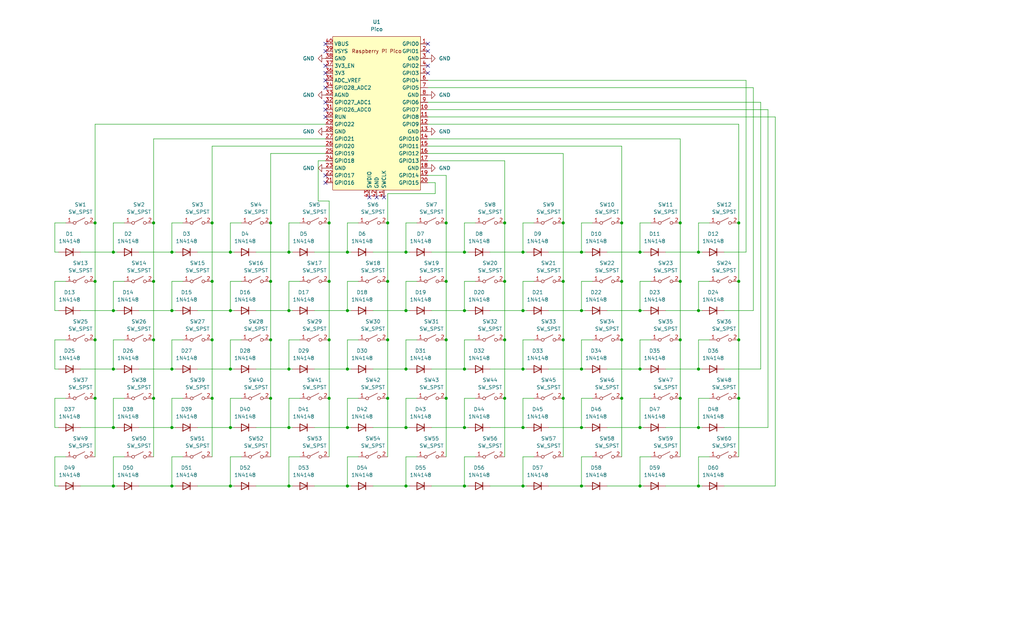
<source format=kicad_sch>
(kicad_sch (version 20211123) (generator eeschema)
  (paper "USLegal")
  (junction (at 39.37 168.91))
  (junction (at 73.66 138.43))
  (junction (at 201.93 107.95))
  (junction (at 222.25 87.63))
  (junction (at 175.26 138.43))
  (junction (at 134.62 138.43))
  (junction (at 73.66 118.11))
  (junction (at 154.94 118.11))
  (junction (at 73.66 97.79))
  (junction (at 59.69 87.63))
  (junction (at 222.25 168.91))
  (junction (at 33.02 138.43))
  (junction (at 120.65 128.27))
  (junction (at 222.25 148.59))
  (junction (at 59.69 128.27))
  (junction (at 80.01 148.59))
  (junction (at 33.02 97.79))
  (junction (at 201.93 128.27))
  (junction (at 140.97 148.59))
  (junction (at 256.54 138.43))
  (junction (at 256.54 118.11))
  (junction (at 154.94 97.79))
  (junction (at 161.29 87.63))
  (junction (at 80.01 87.63))
  (junction (at 195.58 77.47))
  (junction (at 53.34 138.43))
  (junction (at 242.57 148.59))
  (junction (at 195.58 118.11))
  (junction (at 100.33 107.95))
  (junction (at 134.62 77.47))
  (junction (at 93.98 138.43))
  (junction (at 120.65 148.59))
  (junction (at 236.22 138.43))
  (junction (at 242.57 107.95))
  (junction (at 80.01 168.91))
  (junction (at 114.3 118.11))
  (junction (at 80.01 107.95))
  (junction (at 242.57 128.27))
  (junction (at 134.62 97.79))
  (junction (at 181.61 148.59))
  (junction (at 181.61 107.95))
  (junction (at 201.93 148.59))
  (junction (at 215.9 138.43))
  (junction (at 215.9 118.11))
  (junction (at 140.97 87.63))
  (junction (at 39.37 107.95))
  (junction (at 100.33 128.27))
  (junction (at 195.58 97.79))
  (junction (at 256.54 97.79))
  (junction (at 93.98 118.11))
  (junction (at 120.65 107.95))
  (junction (at 236.22 77.47))
  (junction (at 256.54 77.47))
  (junction (at 100.33 87.63))
  (junction (at 140.97 107.95))
  (junction (at 134.62 118.11))
  (junction (at 181.61 87.63))
  (junction (at 175.26 77.47))
  (junction (at 114.3 97.79))
  (junction (at 73.66 77.47))
  (junction (at 215.9 77.47))
  (junction (at 100.33 168.91))
  (junction (at 93.98 77.47))
  (junction (at 93.98 97.79))
  (junction (at 236.22 97.79))
  (junction (at 33.02 77.47))
  (junction (at 80.01 128.27))
  (junction (at 215.9 97.79))
  (junction (at 100.33 148.59))
  (junction (at 175.26 97.79))
  (junction (at 242.57 168.91))
  (junction (at 53.34 97.79))
  (junction (at 120.65 87.63))
  (junction (at 161.29 107.95))
  (junction (at 39.37 128.27))
  (junction (at 181.61 168.91))
  (junction (at 59.69 148.59))
  (junction (at 222.25 128.27))
  (junction (at 33.02 118.11))
  (junction (at 222.25 107.95))
  (junction (at 114.3 138.43))
  (junction (at 175.26 118.11))
  (junction (at 154.94 77.47))
  (junction (at 53.34 77.47))
  (junction (at 154.94 138.43))
  (junction (at 114.3 77.47))
  (junction (at 53.34 118.11))
  (junction (at 201.93 168.91))
  (junction (at 59.69 168.91))
  (junction (at 236.22 118.11))
  (junction (at 161.29 128.27))
  (junction (at 39.37 87.63))
  (junction (at 195.58 138.43))
  (junction (at 161.29 168.91))
  (junction (at 39.37 148.59))
  (junction (at 120.65 168.91))
  (junction (at 201.93 87.63))
  (junction (at 161.29 148.59))
  (junction (at 59.69 107.95))
  (junction (at 242.57 87.63))
  (junction (at 140.97 128.27))
  (junction (at 140.97 168.91))
  (junction (at 181.61 128.27))
  (no_connect (at 113.03 22.86))
  (no_connect (at 148.59 22.86))
  (no_connect (at 148.59 17.78))
  (no_connect (at 148.59 25.4))
  (no_connect (at 113.03 63.5))
  (no_connect (at 113.03 38.1))
  (no_connect (at 130.81 68.58))
  (no_connect (at 113.03 35.56))
  (no_connect (at 113.03 30.48))
  (no_connect (at 113.03 27.94))
  (no_connect (at 113.03 15.24))
  (no_connect (at 148.59 15.24))
  (no_connect (at 113.03 40.64))
  (no_connect (at 113.03 17.78))
  (no_connect (at 133.35 68.58))
  (no_connect (at 113.03 25.4))
  (no_connect (at 128.27 68.58))
  (no_connect (at 113.03 60.96))
  (wire (pts (xy 48.26 128.27) (xy 59.69 128.27)))
  (wire (pts (xy 181.61 77.47) (xy 181.61 87.63)))
  (wire (pts (xy 256.54 138.43) (xy 256.54 158.75)))
  (wire (pts (xy 104.14 158.75) (xy 100.33 158.75)))
  (wire (pts (xy 22.86 118.11) (xy 19.05 118.11)))
  (wire (pts (xy 43.18 97.79) (xy 39.37 97.79)))
  (wire (pts (xy 39.37 87.63) (xy 40.64 87.63)))
  (wire (pts (xy 19.05 148.59) (xy 20.32 148.59)))
  (wire (pts (xy 33.02 43.18) (xy 113.03 43.18)))
  (wire (pts (xy 100.33 128.27) (xy 101.6 128.27)))
  (wire (pts (xy 236.22 77.47) (xy 236.22 97.79)))
  (wire (pts (xy 109.22 148.59) (xy 120.65 148.59)))
  (wire (pts (xy 43.18 138.43) (xy 39.37 138.43)))
  (wire (pts (xy 68.58 168.91) (xy 80.01 168.91)))
  (wire (pts (xy 19.05 168.91) (xy 20.32 168.91)))
  (wire (pts (xy 22.86 77.47) (xy 19.05 77.47)))
  (wire (pts (xy 100.33 158.75) (xy 100.33 168.91)))
  (wire (pts (xy 110.49 55.88) (xy 113.03 55.88)))
  (wire (pts (xy 120.65 128.27) (xy 121.92 128.27)))
  (wire (pts (xy 201.93 97.79) (xy 201.93 107.95)))
  (wire (pts (xy 175.26 77.47) (xy 175.26 97.79)))
  (wire (pts (xy 59.69 77.47) (xy 59.69 87.63)))
  (wire (pts (xy 33.02 118.11) (xy 33.02 138.43)))
  (wire (pts (xy 190.5 128.27) (xy 201.93 128.27)))
  (wire (pts (xy 104.14 118.11) (xy 100.33 118.11)))
  (wire (pts (xy 149.86 87.63) (xy 161.29 87.63)))
  (wire (pts (xy 165.1 138.43) (xy 161.29 138.43)))
  (wire (pts (xy 256.54 77.47) (xy 256.54 97.79)))
  (wire (pts (xy 33.02 77.47) (xy 33.02 43.18)))
  (wire (pts (xy 222.25 77.47) (xy 222.25 87.63)))
  (wire (pts (xy 205.74 97.79) (xy 201.93 97.79)))
  (wire (pts (xy 39.37 128.27) (xy 40.64 128.27)))
  (wire (pts (xy 27.94 148.59) (xy 39.37 148.59)))
  (wire (pts (xy 134.62 77.47) (xy 134.62 67.31)))
  (wire (pts (xy 175.26 77.47) (xy 175.26 55.88)))
  (wire (pts (xy 161.29 128.27) (xy 162.56 128.27)))
  (wire (pts (xy 201.93 87.63) (xy 203.2 87.63)))
  (wire (pts (xy 73.66 118.11) (xy 73.66 138.43)))
  (wire (pts (xy 226.06 97.79) (xy 222.25 97.79)))
  (wire (pts (xy 80.01 118.11) (xy 80.01 128.27)))
  (wire (pts (xy 120.65 148.59) (xy 121.92 148.59)))
  (wire (pts (xy 201.93 138.43) (xy 201.93 148.59)))
  (wire (pts (xy 63.5 138.43) (xy 59.69 138.43)))
  (wire (pts (xy 39.37 138.43) (xy 39.37 148.59)))
  (wire (pts (xy 165.1 77.47) (xy 161.29 77.47)))
  (wire (pts (xy 205.74 77.47) (xy 201.93 77.47)))
  (wire (pts (xy 83.82 97.79) (xy 80.01 97.79)))
  (wire (pts (xy 68.58 87.63) (xy 80.01 87.63)))
  (wire (pts (xy 149.86 148.59) (xy 161.29 148.59)))
  (wire (pts (xy 190.5 87.63) (xy 201.93 87.63)))
  (wire (pts (xy 149.86 168.91) (xy 161.29 168.91)))
  (wire (pts (xy 134.62 97.79) (xy 134.62 118.11)))
  (wire (pts (xy 201.93 168.91) (xy 203.2 168.91)))
  (wire (pts (xy 170.18 148.59) (xy 181.61 148.59)))
  (wire (pts (xy 129.54 168.91) (xy 140.97 168.91)))
  (wire (pts (xy 93.98 77.47) (xy 93.98 97.79)))
  (wire (pts (xy 19.05 77.47) (xy 19.05 87.63)))
  (wire (pts (xy 246.38 118.11) (xy 242.57 118.11)))
  (wire (pts (xy 222.25 97.79) (xy 222.25 107.95)))
  (wire (pts (xy 242.57 97.79) (xy 242.57 107.95)))
  (wire (pts (xy 242.57 148.59) (xy 243.84 148.59)))
  (wire (pts (xy 149.86 128.27) (xy 161.29 128.27)))
  (wire (pts (xy 109.22 168.91) (xy 120.65 168.91)))
  (wire (pts (xy 134.62 77.47) (xy 134.62 97.79)))
  (wire (pts (xy 222.25 168.91) (xy 223.52 168.91)))
  (wire (pts (xy 53.34 48.26) (xy 113.03 48.26)))
  (wire (pts (xy 27.94 128.27) (xy 39.37 128.27)))
  (wire (pts (xy 48.26 168.91) (xy 59.69 168.91)))
  (wire (pts (xy 63.5 77.47) (xy 59.69 77.47)))
  (wire (pts (xy 256.54 77.47) (xy 256.54 43.18)))
  (wire (pts (xy 80.01 87.63) (xy 81.28 87.63)))
  (wire (pts (xy 83.82 118.11) (xy 80.01 118.11)))
  (wire (pts (xy 59.69 128.27) (xy 60.96 128.27)))
  (wire (pts (xy 175.26 118.11) (xy 175.26 138.43)))
  (wire (pts (xy 161.29 158.75) (xy 161.29 168.91)))
  (wire (pts (xy 144.78 138.43) (xy 140.97 138.43)))
  (wire (pts (xy 154.94 77.47) (xy 154.94 60.96)))
  (wire (pts (xy 205.74 138.43) (xy 201.93 138.43)))
  (wire (pts (xy 104.14 138.43) (xy 100.33 138.43)))
  (wire (pts (xy 19.05 107.95) (xy 20.32 107.95)))
  (wire (pts (xy 251.46 87.63) (xy 259.08 87.63)))
  (wire (pts (xy 181.61 118.11) (xy 181.61 128.27)))
  (wire (pts (xy 165.1 118.11) (xy 161.29 118.11)))
  (wire (pts (xy 242.57 107.95) (xy 243.84 107.95)))
  (wire (pts (xy 170.18 107.95) (xy 181.61 107.95)))
  (wire (pts (xy 59.69 138.43) (xy 59.69 148.59)))
  (wire (pts (xy 154.94 77.47) (xy 154.94 97.79)))
  (wire (pts (xy 39.37 97.79) (xy 39.37 107.95)))
  (wire (pts (xy 185.42 118.11) (xy 181.61 118.11)))
  (wire (pts (xy 236.22 118.11) (xy 236.22 138.43)))
  (wire (pts (xy 242.57 118.11) (xy 242.57 128.27)))
  (wire (pts (xy 190.5 148.59) (xy 201.93 148.59)))
  (wire (pts (xy 222.25 158.75) (xy 222.25 168.91)))
  (wire (pts (xy 33.02 138.43) (xy 33.02 158.75)))
  (wire (pts (xy 140.97 158.75) (xy 140.97 168.91)))
  (wire (pts (xy 161.29 77.47) (xy 161.29 87.63)))
  (wire (pts (xy 109.22 128.27) (xy 120.65 128.27)))
  (wire (pts (xy 80.01 168.91) (xy 81.28 168.91)))
  (wire (pts (xy 195.58 97.79) (xy 195.58 118.11)))
  (wire (pts (xy 93.98 77.47) (xy 93.98 53.34)))
  (wire (pts (xy 154.94 118.11) (xy 154.94 138.43)))
  (wire (pts (xy 144.78 158.75) (xy 140.97 158.75)))
  (wire (pts (xy 222.25 148.59) (xy 223.52 148.59)))
  (wire (pts (xy 231.14 148.59) (xy 242.57 148.59)))
  (wire (pts (xy 165.1 158.75) (xy 161.29 158.75)))
  (wire (pts (xy 63.5 118.11) (xy 59.69 118.11)))
  (wire (pts (xy 48.26 107.95) (xy 59.69 107.95)))
  (wire (pts (xy 59.69 107.95) (xy 60.96 107.95)))
  (wire (pts (xy 120.65 77.47) (xy 120.65 87.63)))
  (wire (pts (xy 129.54 128.27) (xy 140.97 128.27)))
  (wire (pts (xy 53.34 118.11) (xy 53.34 138.43)))
  (wire (pts (xy 19.05 97.79) (xy 19.05 107.95)))
  (wire (pts (xy 59.69 87.63) (xy 60.96 87.63)))
  (wire (pts (xy 201.93 148.59) (xy 203.2 148.59)))
  (wire (pts (xy 53.34 138.43) (xy 53.34 158.75)))
  (wire (pts (xy 181.61 138.43) (xy 181.61 148.59)))
  (wire (pts (xy 195.58 77.47) (xy 195.58 53.34)))
  (wire (pts (xy 39.37 118.11) (xy 39.37 128.27)))
  (wire (pts (xy 222.25 118.11) (xy 222.25 128.27)))
  (wire (pts (xy 222.25 138.43) (xy 222.25 148.59)))
  (wire (pts (xy 59.69 118.11) (xy 59.69 128.27)))
  (wire (pts (xy 53.34 77.47) (xy 53.34 97.79)))
  (wire (pts (xy 231.14 87.63) (xy 242.57 87.63)))
  (wire (pts (xy 226.06 118.11) (xy 222.25 118.11)))
  (wire (pts (xy 246.38 138.43) (xy 242.57 138.43)))
  (wire (pts (xy 114.3 97.79) (xy 114.3 118.11)))
  (wire (pts (xy 246.38 97.79) (xy 242.57 97.79)))
  (wire (pts (xy 80.01 128.27) (xy 81.28 128.27)))
  (wire (pts (xy 161.29 87.63) (xy 162.56 87.63)))
  (wire (pts (xy 129.54 87.63) (xy 140.97 87.63)))
  (wire (pts (xy 181.61 128.27) (xy 182.88 128.27)))
  (wire (pts (xy 226.06 138.43) (xy 222.25 138.43)))
  (wire (pts (xy 140.97 118.11) (xy 140.97 128.27)))
  (wire (pts (xy 109.22 107.95) (xy 120.65 107.95)))
  (wire (pts (xy 215.9 50.8) (xy 148.59 50.8)))
  (wire (pts (xy 259.08 27.94) (xy 259.08 87.63)))
  (wire (pts (xy 124.46 158.75) (xy 120.65 158.75)))
  (wire (pts (xy 124.46 97.79) (xy 120.65 97.79)))
  (wire (pts (xy 120.65 107.95) (xy 121.92 107.95)))
  (wire (pts (xy 120.65 138.43) (xy 120.65 148.59)))
  (wire (pts (xy 73.66 50.8) (xy 113.03 50.8)))
  (wire (pts (xy 256.54 118.11) (xy 256.54 138.43)))
  (wire (pts (xy 19.05 118.11) (xy 19.05 128.27)))
  (wire (pts (xy 120.65 118.11) (xy 120.65 128.27)))
  (wire (pts (xy 53.34 97.79) (xy 53.34 118.11)))
  (wire (pts (xy 231.14 168.91) (xy 242.57 168.91)))
  (wire (pts (xy 88.9 128.27) (xy 100.33 128.27)))
  (wire (pts (xy 242.57 138.43) (xy 242.57 148.59)))
  (wire (pts (xy 190.5 107.95) (xy 201.93 107.95)))
  (wire (pts (xy 63.5 158.75) (xy 59.69 158.75)))
  (wire (pts (xy 251.46 107.95) (xy 261.62 107.95)))
  (wire (pts (xy 140.97 128.27) (xy 142.24 128.27)))
  (wire (pts (xy 59.69 148.59) (xy 60.96 148.59)))
  (wire (pts (xy 170.18 128.27) (xy 181.61 128.27)))
  (wire (pts (xy 215.9 138.43) (xy 215.9 158.75)))
  (wire (pts (xy 120.65 168.91) (xy 121.92 168.91)))
  (wire (pts (xy 104.14 77.47) (xy 100.33 77.47)))
  (wire (pts (xy 242.57 158.75) (xy 242.57 168.91)))
  (wire (pts (xy 222.25 128.27) (xy 223.52 128.27)))
  (wire (pts (xy 100.33 168.91) (xy 101.6 168.91)))
  (wire (pts (xy 124.46 77.47) (xy 120.65 77.47)))
  (wire (pts (xy 68.58 128.27) (xy 80.01 128.27)))
  (wire (pts (xy 181.61 168.91) (xy 182.88 168.91)))
  (wire (pts (xy 140.97 168.91) (xy 142.24 168.91)))
  (wire (pts (xy 201.93 107.95) (xy 203.2 107.95)))
  (wire (pts (xy 236.22 77.47) (xy 236.22 48.26)))
  (wire (pts (xy 165.1 97.79) (xy 161.29 97.79)))
  (wire (pts (xy 73.66 138.43) (xy 73.66 158.75)))
  (wire (pts (xy 19.05 138.43) (xy 19.05 148.59)))
  (wire (pts (xy 124.46 118.11) (xy 120.65 118.11)))
  (wire (pts (xy 195.58 53.34) (xy 148.59 53.34)))
  (wire (pts (xy 215.9 77.47) (xy 215.9 97.79)))
  (wire (pts (xy 269.24 168.91) (xy 251.46 168.91)))
  (wire (pts (xy 148.59 40.64) (xy 269.24 40.64)))
  (wire (pts (xy 114.3 138.43) (xy 114.3 158.75)))
  (wire (pts (xy 114.3 69.85) (xy 110.49 69.85)))
  (wire (pts (xy 83.82 138.43) (xy 80.01 138.43)))
  (wire (pts (xy 210.82 87.63) (xy 222.25 87.63)))
  (wire (pts (xy 151.13 63.5) (xy 148.59 63.5)))
  (wire (pts (xy 140.97 148.59) (xy 142.24 148.59)))
  (wire (pts (xy 129.54 148.59) (xy 140.97 148.59)))
  (wire (pts (xy 181.61 148.59) (xy 182.88 148.59)))
  (wire (pts (xy 114.3 118.11) (xy 114.3 138.43)))
  (wire (pts (xy 63.5 97.79) (xy 59.69 97.79)))
  (wire (pts (xy 181.61 158.75) (xy 181.61 168.91)))
  (wire (pts (xy 80.01 97.79) (xy 80.01 107.95)))
  (wire (pts (xy 124.46 138.43) (xy 120.65 138.43)))
  (wire (pts (xy 195.58 118.11) (xy 195.58 138.43)))
  (wire (pts (xy 201.93 158.75) (xy 201.93 168.91)))
  (wire (pts (xy 100.33 138.43) (xy 100.33 148.59)))
  (wire (pts (xy 48.26 148.59) (xy 59.69 148.59)))
  (wire (pts (xy 93.98 118.11) (xy 93.98 138.43)))
  (wire (pts (xy 210.82 148.59) (xy 222.25 148.59)))
  (wire (pts (xy 22.86 158.75) (xy 19.05 158.75)))
  (wire (pts (xy 242.57 87.63) (xy 243.84 87.63)))
  (wire (pts (xy 80.01 158.75) (xy 80.01 168.91)))
  (wire (pts (xy 195.58 77.47) (xy 195.58 97.79)))
  (wire (pts (xy 68.58 107.95) (xy 80.01 107.95)))
  (wire (pts (xy 110.49 69.85) (xy 110.49 55.88)))
  (wire (pts (xy 59.69 168.91) (xy 60.96 168.91)))
  (wire (pts (xy 80.01 77.47) (xy 80.01 87.63)))
  (wire (pts (xy 53.34 77.47) (xy 53.34 48.26)))
  (wire (pts (xy 27.94 87.63) (xy 39.37 87.63)))
  (wire (pts (xy 114.3 77.47) (xy 114.3 69.85)))
  (wire (pts (xy 33.02 77.47) (xy 33.02 97.79)))
  (wire (pts (xy 269.24 40.64) (xy 269.24 168.91)))
  (wire (pts (xy 33.02 97.79) (xy 33.02 118.11)))
  (wire (pts (xy 59.69 158.75) (xy 59.69 168.91)))
  (wire (pts (xy 73.66 77.47) (xy 73.66 50.8)))
  (wire (pts (xy 246.38 77.47) (xy 242.57 77.47)))
  (wire (pts (xy 242.57 168.91) (xy 243.84 168.91)))
  (wire (pts (xy 27.94 107.95) (xy 39.37 107.95)))
  (wire (pts (xy 236.22 97.79) (xy 236.22 118.11)))
  (wire (pts (xy 88.9 87.63) (xy 100.33 87.63)))
  (wire (pts (xy 120.65 97.79) (xy 120.65 107.95)))
  (wire (pts (xy 100.33 118.11) (xy 100.33 128.27)))
  (wire (pts (xy 264.16 35.56) (xy 148.59 35.56)))
  (wire (pts (xy 80.01 148.59) (xy 81.28 148.59)))
  (wire (pts (xy 120.65 87.63) (xy 121.92 87.63)))
  (wire (pts (xy 144.78 118.11) (xy 140.97 118.11)))
  (wire (pts (xy 151.13 67.31) (xy 151.13 63.5)))
  (wire (pts (xy 134.62 67.31) (xy 151.13 67.31)))
  (wire (pts (xy 144.78 77.47) (xy 140.97 77.47)))
  (wire (pts (xy 175.26 138.43) (xy 175.26 158.75)))
  (wire (pts (xy 201.93 128.27) (xy 203.2 128.27)))
  (wire (pts (xy 236.22 48.26) (xy 148.59 48.26)))
  (wire (pts (xy 181.61 107.95) (xy 182.88 107.95)))
  (wire (pts (xy 100.33 107.95) (xy 101.6 107.95)))
  (wire (pts (xy 39.37 77.47) (xy 39.37 87.63)))
  (wire (pts (xy 140.97 87.63) (xy 142.24 87.63)))
  (wire (pts (xy 185.42 138.43) (xy 181.61 138.43)))
  (wire (pts (xy 148.59 30.48) (xy 261.62 30.48)))
  (wire (pts (xy 205.74 118.11) (xy 201.93 118.11)))
  (wire (pts (xy 210.82 128.27) (xy 222.25 128.27)))
  (wire (pts (xy 149.86 107.95) (xy 161.29 107.95)))
  (wire (pts (xy 109.22 87.63) (xy 120.65 87.63)))
  (wire (pts (xy 114.3 77.47) (xy 114.3 97.79)))
  (wire (pts (xy 134.62 138.43) (xy 134.62 158.75)))
  (wire (pts (xy 83.82 77.47) (xy 80.01 77.47)))
  (wire (pts (xy 22.86 97.79) (xy 19.05 97.79)))
  (wire (pts (xy 140.97 107.95) (xy 142.24 107.95)))
  (wire (pts (xy 210.82 107.95) (xy 222.25 107.95)))
  (wire (pts (xy 161.29 107.95) (xy 162.56 107.95)))
  (wire (pts (xy 100.33 148.59) (xy 101.6 148.59)))
  (wire (pts (xy 43.18 158.75) (xy 39.37 158.75)))
  (wire (pts (xy 175.26 55.88) (xy 148.59 55.88)))
  (wire (pts (xy 215.9 118.11) (xy 215.9 138.43)))
  (wire (pts (xy 154.94 60.96) (xy 148.59 60.96)))
  (wire (pts (xy 140.97 97.79) (xy 140.97 107.95)))
  (wire (pts (xy 73.66 97.79) (xy 73.66 118.11)))
  (wire (pts (xy 161.29 118.11) (xy 161.29 128.27)))
  (wire (pts (xy 19.05 87.63) (xy 20.32 87.63)))
  (wire (pts (xy 222.25 87.63) (xy 223.52 87.63)))
  (wire (pts (xy 236.22 138.43) (xy 236.22 158.75)))
  (wire (pts (xy 19.05 128.27) (xy 20.32 128.27)))
  (wire (pts (xy 201.93 118.11) (xy 201.93 128.27)))
  (wire (pts (xy 100.33 77.47) (xy 100.33 87.63)))
  (wire (pts (xy 140.97 77.47) (xy 140.97 87.63)))
  (wire (pts (xy 80.01 107.95) (xy 81.28 107.95)))
  (wire (pts (xy 195.58 138.43) (xy 195.58 158.75)))
  (wire (pts (xy 242.57 128.27) (xy 243.84 128.27)))
  (wire (pts (xy 19.05 158.75) (xy 19.05 168.91)))
  (wire (pts (xy 266.7 38.1) (xy 148.59 38.1)))
  (wire (pts (xy 88.9 168.91) (xy 100.33 168.91)))
  (wire (pts (xy 226.06 77.47) (xy 222.25 77.47)))
  (wire (pts (xy 27.94 168.91) (xy 39.37 168.91)))
  (wire (pts (xy 161.29 138.43) (xy 161.29 148.59)))
  (wire (pts (xy 93.98 53.34) (xy 113.03 53.34)))
  (wire (pts (xy 246.38 158.75) (xy 242.57 158.75)))
  (wire (pts (xy 68.58 148.59) (xy 80.01 148.59)))
  (wire (pts (xy 261.62 30.48) (xy 261.62 107.95)))
  (wire (pts (xy 161.29 148.59) (xy 162.56 148.59)))
  (wire (pts (xy 59.69 97.79) (xy 59.69 107.95)))
  (wire (pts (xy 251.46 128.27) (xy 264.16 128.27)))
  (wire (pts (xy 266.7 148.59) (xy 266.7 38.1)))
  (wire (pts (xy 205.74 158.75) (xy 201.93 158.75)))
  (wire (pts (xy 80.01 138.43) (xy 80.01 148.59)))
  (wire (pts (xy 170.18 87.63) (xy 181.61 87.63)))
  (wire (pts (xy 190.5 168.91) (xy 201.93 168.91)))
  (wire (pts (xy 154.94 97.79) (xy 154.94 118.11)))
  (wire (pts (xy 140.97 138.43) (xy 140.97 148.59)))
  (wire (pts (xy 120.65 158.75) (xy 120.65 168.91)))
  (wire (pts (xy 242.57 77.47) (xy 242.57 87.63)))
  (wire (pts (xy 226.06 158.75) (xy 222.25 158.75)))
  (wire (pts (xy 161.29 168.91) (xy 162.56 168.91)))
  (wire (pts (xy 185.42 158.75) (xy 181.61 158.75)))
  (wire (pts (xy 181.61 97.79) (xy 181.61 107.95)))
  (wire (pts (xy 215.9 97.79) (xy 215.9 118.11)))
  (wire (pts (xy 264.16 128.27) (xy 264.16 35.56)))
  (wire (pts (xy 256.54 43.18) (xy 148.59 43.18)))
  (wire (pts (xy 129.54 107.95) (xy 140.97 107.95)))
  (wire (pts (xy 88.9 148.59) (xy 100.33 148.59)))
  (wire (pts (xy 259.08 27.94) (xy 148.59 27.94)))
  (wire (pts (xy 134.62 118.11) (xy 134.62 138.43)))
  (wire (pts (xy 215.9 77.47) (xy 215.9 50.8)))
  (wire (pts (xy 222.25 107.95) (xy 223.52 107.95)))
  (wire (pts (xy 170.18 168.91) (xy 181.61 168.91)))
  (wire (pts (xy 161.29 97.79) (xy 161.29 107.95)))
  (wire (pts (xy 73.66 77.47) (xy 73.66 97.79)))
  (wire (pts (xy 39.37 107.95) (xy 40.64 107.95)))
  (wire (pts (xy 83.82 158.75) (xy 80.01 158.75)))
  (wire (pts (xy 185.42 97.79) (xy 181.61 97.79)))
  (wire (pts (xy 210.82 168.91) (xy 222.25 168.91)))
  (wire (pts (xy 48.26 87.63) (xy 59.69 87.63)))
  (wire (pts (xy 43.18 118.11) (xy 39.37 118.11)))
  (wire (pts (xy 251.46 148.59) (xy 266.7 148.59)))
  (wire (pts (xy 144.78 97.79) (xy 140.97 97.79)))
  (wire (pts (xy 175.26 97.79) (xy 175.26 118.11)))
  (wire (pts (xy 100.33 97.79) (xy 100.33 107.95)))
  (wire (pts (xy 88.9 107.95) (xy 100.33 107.95)))
  (wire (pts (xy 231.14 107.95) (xy 242.57 107.95)))
  (wire (pts (xy 256.54 97.79) (xy 256.54 118.11)))
  (wire (pts (xy 39.37 168.91) (xy 40.64 168.91)))
  (wire (pts (xy 154.94 138.43) (xy 154.94 158.75)))
  (wire (pts (xy 39.37 148.59) (xy 40.64 148.59)))
  (wire (pts (xy 104.14 97.79) (xy 100.33 97.79)))
  (wire (pts (xy 185.42 77.47) (xy 181.61 77.47)))
  (wire (pts (xy 181.61 87.63) (xy 182.88 87.63)))
  (wire (pts (xy 43.18 77.47) (xy 39.37 77.47)))
  (wire (pts (xy 93.98 138.43) (xy 93.98 158.75)))
  (wire (pts (xy 231.14 128.27) (xy 242.57 128.27)))
  (wire (pts (xy 22.86 138.43) (xy 19.05 138.43)))
  (wire (pts (xy 39.37 158.75) (xy 39.37 168.91)))
  (wire (pts (xy 100.33 87.63) (xy 101.6 87.63)))
  (wire (pts (xy 93.98 97.79) (xy 93.98 118.11)))
  (wire (pts (xy 201.93 77.47) (xy 201.93 87.63)))
  (symbol (lib_id "Switch:SW_SPST") (at 129.54 158.75 0) (unit 1)
    (property "Reference" "SW54" (at 129.54 152.4 0))
    (property "Value" "SW_SPST" (at 129.54 154.94 0))
    (property "Footprint" "Button_Switch_Keyboard:SW_Cherry_MX_1.00u_Plate" (effects hide))
  )
  (symbol (lib_id "Switch:SW_SPST") (at 149.86 118.11 0) (unit 1)
    (property "Reference" "SW31" (at 149.86 111.76 0))
    (property "Value" "SW_SPST" (at 149.86 114.3 0))
    (property "Footprint" "Button_Switch_Keyboard:SW_Cherry_MX_1.00u_Plate" (effects hide))
  )
  (symbol (lib_id "Switch:SW_SPST") (at 129.54 118.11 0) (unit 1)
    (property "Reference" "SW30" (at 129.54 111.76 0))
    (property "Value" "SW_SPST" (at 129.54 114.3 0))
    (property "Footprint" "Button_Switch_Keyboard:SW_Cherry_MX_1.00u_Plate" (effects hide))
  )
  (symbol (lib_id "Switch:SW_SPST") (at 149.86 97.79 0) (unit 1)
    (property "Reference" "SW19" (at 149.86 91.44 0))
    (property "Value" "SW_SPST" (at 149.86 93.98 0))
    (property "Footprint" "Button_Switch_Keyboard:SW_Cherry_MX_1.00u_Plate" (effects hide))
  )
  (symbol (lib_id "Switch:SW_SPST") (at 68.58 138.43 0) (unit 1)
    (property "Reference" "SW39" (at 68.58 132.08 0))
    (property "Value" "SW_SPST" (at 68.58 134.62 0))
    (property "Footprint" "Button_Switch_Keyboard:SW_Cherry_MX_1.00u_Plate" (effects hide))
  )
  (symbol (lib_id "Diode:1N4148") (at 166.37 168.91 180) (unit 1)
    (property "Reference" "D56" (at 166.37 162.56 0))
    (property "Value" "1N4148" (at 166.37 165.1 0))
    (property "Footprint" "Diode_THT:D_DO-35_SOD27_P7.62mm_Horizontal" (effects hide))
    (property "Datasheet" "https://assets.nexperia.com/documents/data-sheet/1N4148_1N4448.pdf" (effects hide))
  )
  (symbol (lib_id "Switch:SW_SPST") (at 68.58 118.11 0) (unit 1)
    (property "Reference" "SW27" (at 68.58 111.76 0))
    (property "Value" "SW_SPST" (at 68.58 114.3 0))
    (property "Footprint" "Button_Switch_Keyboard:SW_Cherry_MX_1.00u_Plate" (effects hide))
  )
  (symbol (lib_id "Diode:1N4148") (at 105.41 128.27 180) (unit 1)
    (property "Reference" "D29" (at 105.41 121.92 0))
    (property "Value" "1N4148" (at 105.41 124.46 0))
    (property "Footprint" "Diode_THT:D_DO-35_SOD27_P7.62mm_Horizontal" (effects hide))
    (property "Datasheet" "https://assets.nexperia.com/documents/data-sheet/1N4148_1N4448.pdf" (effects hide))
  )
  (symbol (lib_id "Switch:SW_SPST") (at 27.94 97.79 0) (unit 1)
    (property "Reference" "SW13" (at 27.94 91.44 0))
    (property "Value" "SW_SPST" (at 27.94 93.98 0))
    (property "Footprint" "Button_Switch_Keyboard:SW_Cherry_MX_1.00u_Plate" (effects hide))
  )
  (symbol (lib_id "Switch:SW_SPST") (at 231.14 118.11 0) (unit 1)
    (property "Reference" "SW35" (at 231.14 111.76 0))
    (property "Value" "SW_SPST" (at 231.14 114.3 0))
    (property "Footprint" "Button_Switch_Keyboard:SW_Cherry_MX_1.00u_Plate" (effects hide))
  )
  (symbol (lib_id "Switch:SW_SPST") (at 210.82 158.75 0) (unit 1)
    (property "Reference" "SW58" (at 210.82 152.4 0))
    (property "Value" "SW_SPST" (at 210.82 154.94 0))
    (property "Footprint" "Button_Switch_Keyboard:SW_Cherry_MX_1.00u_Plate" (effects hide))
  )
  (symbol (lib_id "Pico:Pico") (at 130.81 39.37 0) (mirror y) (unit 1)
    (property "Reference" "U1" (at 130.81 7.62 0))
    (property "Value" "Pico" (at 130.81 10.16 0))
    (property "Footprint" "Pico:RPi_Pico_SMD_TH" (effects hide))
  )
  (symbol (lib_id "Switch:SW_SPST") (at 149.86 138.43 0) (unit 1)
    (property "Reference" "SW43" (at 149.86 132.08 0))
    (property "Value" "SW_SPST" (at 149.86 134.62 0))
    (property "Footprint" "Button_Switch_Keyboard:SW_Cherry_MX_1.00u_Plate" (effects hide))
  )
  (symbol (lib_id "Switch:SW_SPST") (at 48.26 118.11 0) (unit 1)
    (property "Reference" "SW26" (at 48.26 111.76 0))
    (property "Value" "SW_SPST" (at 48.26 114.3 0))
    (property "Footprint" "Button_Switch_Keyboard:SW_Cherry_MX_1.00u_Plate" (effects hide))
  )
  (symbol (lib_id "Switch:SW_SPST") (at 251.46 97.79 0) (unit 1)
    (property "Reference" "SW24" (at 251.46 91.44 0))
    (property "Value" "SW_SPST" (at 251.46 93.98 0))
    (property "Footprint" "Button_Switch_Keyboard:SW_Cherry_MX_1.00u_Plate" (effects hide))
  )
  (symbol (lib_id "Diode:1N4148") (at 146.05 148.59 180) (unit 1)
    (property "Reference" "D43" (at 146.05 142.24 0))
    (property "Value" "1N4148" (at 146.05 144.78 0))
    (property "Footprint" "Diode_THT:D_DO-35_SOD27_P7.62mm_Horizontal" (effects hide))
    (property "Datasheet" "https://assets.nexperia.com/documents/data-sheet/1N4148_1N4448.pdf" (effects hide))
  )
  (symbol (lib_id "Diode:1N4148") (at 186.69 107.95 180) (unit 1)
    (property "Reference" "D21" (at 186.69 101.6 0))
    (property "Value" "1N4148" (at 186.69 104.14 0))
    (property "Footprint" "Diode_THT:D_DO-35_SOD27_P7.62mm_Horizontal" (effects hide))
    (property "Datasheet" "https://assets.nexperia.com/documents/data-sheet/1N4148_1N4448.pdf" (effects hide))
  )
  (symbol (lib_id "Diode:1N4148") (at 44.45 168.91 180) (unit 1)
    (property "Reference" "D50" (at 44.45 162.56 0))
    (property "Value" "1N4148" (at 44.45 165.1 0))
    (property "Footprint" "Diode_THT:D_DO-35_SOD27_P7.62mm_Horizontal" (effects hide))
    (property "Datasheet" "https://assets.nexperia.com/documents/data-sheet/1N4148_1N4448.pdf" (effects hide))
  )
  (symbol (lib_id "Switch:SW_SPST") (at 109.22 97.79 0) (unit 1)
    (property "Reference" "SW17" (at 109.22 91.44 0))
    (property "Value" "SW_SPST" (at 109.22 93.98 0))
    (property "Footprint" "Button_Switch_Keyboard:SW_Cherry_MX_1.00u_Plate" (effects hide))
  )
  (symbol (lib_id "Diode:1N4148") (at 24.13 148.59 180) (unit 1)
    (property "Reference" "D37" (at 24.13 142.24 0))
    (property "Value" "1N4148" (at 24.13 144.78 0))
    (property "Footprint" "Diode_THT:D_DO-35_SOD27_P7.62mm_Horizontal" (effects hide))
    (property "Datasheet" "https://assets.nexperia.com/documents/data-sheet/1N4148_1N4448.pdf" (effects hide))
  )
  (symbol (lib_id "Switch:SW_SPST") (at 170.18 118.11 0) (unit 1)
    (property "Reference" "SW32" (at 170.18 111.76 0))
    (property "Value" "SW_SPST" (at 170.18 114.3 0))
    (property "Footprint" "Button_Switch_Keyboard:SW_Cherry_MX_1.00u_Plate" (effects hide))
  )
  (symbol (lib_id "Diode:1N4148") (at 125.73 148.59 180) (unit 1)
    (property "Reference" "D42" (at 125.73 142.24 0))
    (property "Value" "1N4148" (at 125.73 144.78 0))
    (property "Footprint" "Diode_THT:D_DO-35_SOD27_P7.62mm_Horizontal" (effects hide))
    (property "Datasheet" "https://assets.nexperia.com/documents/data-sheet/1N4148_1N4448.pdf" (effects hide))
  )
  (symbol (lib_id "Switch:SW_SPST") (at 27.94 77.47 0) (unit 1)
    (property "Reference" "SW1" (at 27.94 71.12 0))
    (property "Value" "SW_SPST" (at 27.94 73.66 0))
    (property "Footprint" "Button_Switch_Keyboard:SW_Cherry_MX_1.00u_Plate" (effects hide))
  )
  (symbol (lib_id "Switch:SW_SPST") (at 149.86 77.47 0) (unit 1)
    (property "Reference" "SW7" (at 149.86 71.12 0))
    (property "Value" "SW_SPST" (at 149.86 73.66 0))
    (property "Footprint" "Button_Switch_Keyboard:SW_Cherry_MX_1.00u_Plate" (effects hide))
  )
  (symbol (lib_id "Switch:SW_SPST") (at 88.9 138.43 0) (unit 1)
    (property "Reference" "SW40" (at 88.9 132.08 0))
    (property "Value" "SW_SPST" (at 88.9 134.62 0))
    (property "Footprint" "Button_Switch_Keyboard:SW_Cherry_MX_1.00u_Plate" (effects hide))
  )
  (symbol (lib_id "Diode:1N4148") (at 44.45 107.95 180) (unit 1)
    (property "Reference" "D14" (at 44.45 101.6 0))
    (property "Value" "1N4148" (at 44.45 104.14 0))
    (property "Footprint" "Diode_THT:D_DO-35_SOD27_P7.62mm_Horizontal" (effects hide))
    (property "Datasheet" "https://assets.nexperia.com/documents/data-sheet/1N4148_1N4448.pdf" (effects hide))
  )
  (symbol (lib_id "Diode:1N4148") (at 85.09 148.59 180) (unit 1)
    (property "Reference" "D40" (at 85.09 142.24 0))
    (property "Value" "1N4148" (at 85.09 144.78 0))
    (property "Footprint" "Diode_THT:D_DO-35_SOD27_P7.62mm_Horizontal" (effects hide))
    (property "Datasheet" "https://assets.nexperia.com/documents/data-sheet/1N4148_1N4448.pdf" (effects hide))
  )
  (symbol (lib_id "Diode:1N4148") (at 44.45 87.63 180) (unit 1)
    (property "Reference" "D2" (at 44.45 81.28 0))
    (property "Value" "1N4148" (at 44.45 83.82 0))
    (property "Footprint" "Diode_THT:D_DO-35_SOD27_P7.62mm_Horizontal" (effects hide))
    (property "Datasheet" "https://assets.nexperia.com/documents/data-sheet/1N4148_1N4448.pdf" (effects hide))
  )
  (symbol (lib_id "Switch:SW_SPST") (at 48.26 138.43 0) (unit 1)
    (property "Reference" "SW38" (at 48.26 132.08 0))
    (property "Value" "SW_SPST" (at 48.26 134.62 0))
    (property "Footprint" "Button_Switch_Keyboard:SW_Cherry_MX_1.00u_Plate" (effects hide))
  )
  (symbol (lib_id "Switch:SW_SPST") (at 190.5 138.43 0) (unit 1)
    (property "Reference" "SW45" (at 190.5 132.08 0))
    (property "Value" "SW_SPST" (at 190.5 134.62 0))
    (property "Footprint" "Button_Switch_Keyboard:SW_Cherry_MX_1.00u_Plate" (effects hide))
  )
  (symbol (lib_id "Diode:1N4148") (at 146.05 87.63 180) (unit 1)
    (property "Reference" "D7" (at 146.05 81.28 0))
    (property "Value" "1N4148" (at 146.05 83.82 0))
    (property "Footprint" "Diode_THT:D_DO-35_SOD27_P7.62mm_Horizontal" (effects hide))
    (property "Datasheet" "https://assets.nexperia.com/documents/data-sheet/1N4148_1N4448.pdf" (effects hide))
  )
  (symbol (lib_id "Diode:1N4148") (at 85.09 107.95 180) (unit 1)
    (property "Reference" "D16" (at 85.09 101.6 0))
    (property "Value" "1N4148" (at 85.09 104.14 0))
    (property "Footprint" "Diode_THT:D_DO-35_SOD27_P7.62mm_Horizontal" (effects hide))
    (property "Datasheet" "https://assets.nexperia.com/documents/data-sheet/1N4148_1N4448.pdf" (effects hide))
  )
  (symbol (lib_id "Switch:SW_SPST") (at 88.9 97.79 0) (unit 1)
    (property "Reference" "SW16" (at 88.9 91.44 0))
    (property "Value" "SW_SPST" (at 88.9 93.98 0))
    (property "Footprint" "Button_Switch_Keyboard:SW_Cherry_MX_1.00u_Plate" (effects hide))
  )
  (symbol (lib_id "Diode:1N4148") (at 207.01 148.59 180) (unit 1)
    (property "Reference" "D46" (at 207.01 142.24 0))
    (property "Value" "1N4148" (at 207.01 144.78 0))
    (property "Footprint" "Diode_THT:D_DO-35_SOD27_P7.62mm_Horizontal" (effects hide))
    (property "Datasheet" "https://assets.nexperia.com/documents/data-sheet/1N4148_1N4448.pdf" (effects hide))
  )
  (symbol (lib_id "Switch:SW_SPST") (at 210.82 97.79 0) (unit 1)
    (property "Reference" "SW22" (at 210.82 91.44 0))
    (property "Value" "SW_SPST" (at 210.82 93.98 0))
    (property "Footprint" "Button_Switch_Keyboard:SW_Cherry_MX_1.00u_Plate" (effects hide))
  )
  (symbol (lib_id "Diode:1N4148") (at 105.41 107.95 180) (unit 1)
    (property "Reference" "D17" (at 105.41 101.6 0))
    (property "Value" "1N4148" (at 105.41 104.14 0))
    (property "Footprint" "Diode_THT:D_DO-35_SOD27_P7.62mm_Horizontal" (effects hide))
    (property "Datasheet" "https://assets.nexperia.com/documents/data-sheet/1N4148_1N4448.pdf" (effects hide))
  )
  (symbol (lib_id "Diode:1N4148") (at 186.69 168.91 180) (unit 1)
    (property "Reference" "D57" (at 186.69 162.56 0))
    (property "Value" "1N4148" (at 186.69 165.1 0))
    (property "Footprint" "Diode_THT:D_DO-35_SOD27_P7.62mm_Horizontal" (effects hide))
    (property "Datasheet" "https://assets.nexperia.com/documents/data-sheet/1N4148_1N4448.pdf" (effects hide))
  )
  (symbol (lib_id "Switch:SW_SPST") (at 48.26 158.75 0) (unit 1)
    (property "Reference" "SW50" (at 48.26 152.4 0))
    (property "Value" "SW_SPST" (at 48.26 154.94 0))
    (property "Footprint" "Button_Switch_Keyboard:SW_Cherry_MX_1.00u_Plate" (effects hide))
  )
  (symbol (lib_id "Diode:1N4148") (at 207.01 128.27 180) (unit 1)
    (property "Reference" "D34" (at 207.01 121.92 0))
    (property "Value" "1N4148" (at 207.01 124.46 0))
    (property "Footprint" "Diode_THT:D_DO-35_SOD27_P7.62mm_Horizontal" (effects hide))
    (property "Datasheet" "https://assets.nexperia.com/documents/data-sheet/1N4148_1N4448.pdf" (effects hide))
  )
  (symbol (lib_id "Diode:1N4148") (at 125.73 168.91 180) (unit 1)
    (property "Reference" "D54" (at 125.73 162.56 0))
    (property "Value" "1N4148" (at 125.73 165.1 0))
    (property "Footprint" "Diode_THT:D_DO-35_SOD27_P7.62mm_Horizontal" (effects hide))
    (property "Datasheet" "https://assets.nexperia.com/documents/data-sheet/1N4148_1N4448.pdf" (effects hide))
  )
  (symbol (lib_id "Switch:SW_SPST") (at 48.26 97.79 0) (unit 1)
    (property "Reference" "SW14" (at 48.26 91.44 0))
    (property "Value" "SW_SPST" (at 48.26 93.98 0))
    (property "Footprint" "Button_Switch_Keyboard:SW_Cherry_MX_1.00u_Plate" (effects hide))
  )
  (symbol (lib_id "Switch:SW_SPST") (at 190.5 97.79 0) (unit 1)
    (property "Reference" "SW21" (at 190.5 91.44 0))
    (property "Value" "SW_SPST" (at 190.5 93.98 0))
    (property "Footprint" "Button_Switch_Keyboard:SW_Cherry_MX_1.00u_Plate" (effects hide))
  )
  (symbol (lib_id "Switch:SW_SPST") (at 129.54 138.43 0) (unit 1)
    (property "Reference" "SW42" (at 129.54 132.08 0))
    (property "Value" "SW_SPST" (at 129.54 134.62 0))
    (property "Footprint" "Button_Switch_Keyboard:SW_Cherry_MX_1.00u_Plate" (effects hide))
  )
  (symbol (lib_id "Switch:SW_SPST") (at 109.22 158.75 0) (unit 1)
    (property "Reference" "SW53" (at 109.22 152.4 0))
    (property "Value" "SW_SPST" (at 109.22 154.94 0))
    (property "Footprint" "Button_Switch_Keyboard:SW_Cherry_MX_1.00u_Plate" (effects hide))
  )
  (symbol (lib_id "Switch:SW_SPST") (at 170.18 158.75 0) (unit 1)
    (property "Reference" "SW56" (at 170.18 152.4 0))
    (property "Value" "SW_SPST" (at 170.18 154.94 0))
    (property "Footprint" "Button_Switch_Keyboard:SW_Cherry_MX_1.00u_Plate" (effects hide))
  )
  (symbol (lib_id "Diode:1N4148") (at 207.01 87.63 180) (unit 1)
    (property "Reference" "D10" (at 207.01 81.28 0))
    (property "Value" "1N4148" (at 207.01 83.82 0))
    (property "Footprint" "Diode_THT:D_DO-35_SOD27_P7.62mm_Horizontal" (effects hide))
    (property "Datasheet" "https://assets.nexperia.com/documents/data-sheet/1N4148_1N4448.pdf" (effects hide))
  )
  (symbol (lib_id "Switch:SW_SPST") (at 88.9 118.11 0) (unit 1)
    (property "Reference" "SW28" (at 88.9 111.76 0))
    (property "Value" "SW_SPST" (at 88.9 114.3 0))
    (property "Footprint" "Button_Switch_Keyboard:SW_Cherry_MX_1.00u_Plate" (effects hide))
  )
  (symbol (lib_id "Switch:SW_SPST") (at 210.82 118.11 0) (unit 1)
    (property "Reference" "SW34" (at 210.82 111.76 0))
    (property "Value" "SW_SPST" (at 210.82 114.3 0))
    (property "Footprint" "Button_Switch_Keyboard:SW_Cherry_MX_1.00u_Plate" (effects hide))
  )
  (symbol (lib_id "Diode:1N4148") (at 166.37 107.95 180) (unit 1)
    (property "Reference" "D20" (at 166.37 101.6 0))
    (property "Value" "1N4148" (at 166.37 104.14 0))
    (property "Footprint" "Diode_THT:D_DO-35_SOD27_P7.62mm_Horizontal" (effects hide))
    (property "Datasheet" "https://assets.nexperia.com/documents/data-sheet/1N4148_1N4448.pdf" (effects hide))
  )
  (symbol (lib_id "Switch:SW_SPST") (at 68.58 77.47 0) (unit 1)
    (property "Reference" "SW3" (at 68.58 71.12 0))
    (property "Value" "SW_SPST" (at 68.58 73.66 0))
    (property "Footprint" "Button_Switch_Keyboard:SW_Cherry_MX_1.00u_Plate" (effects hide))
  )
  (symbol (lib_id "power:GND") (at 113.03 58.42 270) (unit 1)
    (property "Reference" "#PWR0105" (effects hide))
    (property "Value" "GND" (at 109.22 58.4199 90) (effects (justify right)))
  )
  (symbol (lib_id "Switch:SW_SPST") (at 88.9 77.47 0) (unit 1)
    (property "Reference" "SW4" (at 88.9 71.12 0))
    (property "Value" "SW_SPST" (at 88.9 73.66 0))
    (property "Footprint" "Button_Switch_Keyboard:SW_Cherry_MX_1.00u_Plate" (effects hide))
  )
  (symbol (lib_id "Diode:1N4148") (at 24.13 107.95 180) (unit 1)
    (property "Reference" "D13" (at 24.13 101.6 0))
    (property "Value" "1N4148" (at 24.13 104.14 0))
    (property "Footprint" "Diode_THT:D_DO-35_SOD27_P7.62mm_Horizontal" (effects hide))
    (property "Datasheet" "https://assets.nexperia.com/documents/data-sheet/1N4148_1N4448.pdf" (effects hide))
  )
  (symbol (lib_id "Diode:1N4148") (at 186.69 87.63 180) (unit 1)
    (property "Reference" "D9" (at 186.69 81.28 0))
    (property "Value" "1N4148" (at 186.69 83.82 0))
    (property "Footprint" "Diode_THT:D_DO-35_SOD27_P7.62mm_Horizontal" (effects hide))
    (property "Datasheet" "https://assets.nexperia.com/documents/data-sheet/1N4148_1N4448.pdf" (effects hide))
  )
  (symbol (lib_id "Switch:SW_SPST") (at 190.5 118.11 0) (unit 1)
    (property "Reference" "SW33" (at 190.5 111.76 0))
    (property "Value" "SW_SPST" (at 190.5 114.3 0))
    (property "Footprint" "Button_Switch_Keyboard:SW_Cherry_MX_1.00u_Plate" (effects hide))
  )
  (symbol (lib_id "Switch:SW_SPST") (at 170.18 77.47 0) (unit 1)
    (property "Reference" "SW8" (at 170.18 71.12 0))
    (property "Value" "SW_SPST" (at 170.18 73.66 0))
    (property "Footprint" "Button_Switch_Keyboard:SW_Cherry_MX_1.00u_Plate" (effects hide))
  )
  (symbol (lib_id "Switch:SW_SPST") (at 231.14 97.79 0) (unit 1)
    (property "Reference" "SW23" (at 231.14 91.44 0))
    (property "Value" "SW_SPST" (at 231.14 93.98 0))
    (property "Footprint" "Button_Switch_Keyboard:SW_Cherry_MX_1.00u_Plate" (effects hide))
  )
  (symbol (lib_id "Diode:1N4148") (at 207.01 168.91 180) (unit 1)
    (property "Reference" "D58" (at 207.01 162.56 0))
    (property "Value" "1N4148" (at 207.01 165.1 0))
    (property "Footprint" "Diode_THT:D_DO-35_SOD27_P7.62mm_Horizontal" (effects hide))
    (property "Datasheet" "https://assets.nexperia.com/documents/data-sheet/1N4148_1N4448.pdf" (effects hide))
  )
  (symbol (lib_id "Diode:1N4148") (at 44.45 128.27 180) (unit 1)
    (property "Reference" "D26" (at 44.45 121.92 0))
    (property "Value" "1N4148" (at 44.45 124.46 0))
    (property "Footprint" "Diode_THT:D_DO-35_SOD27_P7.62mm_Horizontal" (effects hide))
    (property "Datasheet" "https://assets.nexperia.com/documents/data-sheet/1N4148_1N4448.pdf" (effects hide))
  )
  (symbol (lib_id "Switch:SW_SPST") (at 251.46 158.75 0) (unit 1)
    (property "Reference" "SW60" (at 251.46 152.4 0))
    (property "Value" "SW_SPST" (at 251.46 154.94 0))
    (property "Footprint" "Button_Switch_Keyboard:SW_Cherry_MX_1.00u_Plate" (effects hide))
  )
  (symbol (lib_id "Diode:1N4148") (at 186.69 148.59 180) (unit 1)
    (property "Reference" "D45" (at 186.69 142.24 0))
    (property "Value" "1N4148" (at 186.69 144.78 0))
    (property "Footprint" "Diode_THT:D_DO-35_SOD27_P7.62mm_Horizontal" (effects hide))
    (property "Datasheet" "https://assets.nexperia.com/documents/data-sheet/1N4148_1N4448.pdf" (effects hide))
  )
  (symbol (lib_id "Diode:1N4148") (at 64.77 168.91 180) (unit 1)
    (property "Reference" "D51" (at 64.77 162.56 0))
    (property "Value" "1N4148" (at 64.77 165.1 0))
    (property "Footprint" "Diode_THT:D_DO-35_SOD27_P7.62mm_Horizontal" (effects hide))
    (property "Datasheet" "https://assets.nexperia.com/documents/data-sheet/1N4148_1N4448.pdf" (effects hide))
  )
  (symbol (lib_id "Switch:SW_SPST") (at 27.94 118.11 0) (unit 1)
    (property "Reference" "SW25" (at 27.94 111.76 0))
    (property "Value" "SW_SPST" (at 27.94 114.3 0))
    (property "Footprint" "Button_Switch_Keyboard:SW_Cherry_MX_1.00u_Plate" (effects hide))
  )
  (symbol (lib_id "power:GND") (at 148.59 58.42 90) (unit 1)
    (property "Reference" "#PWR0102" (effects hide))
    (property "Value" "GND" (at 152.4 58.4199 90) (effects (justify right)))
  )
  (symbol (lib_id "power:GND") (at 113.03 20.32 270) (unit 1)
    (property "Reference" "#PWR0106" (effects hide))
    (property "Value" "GND" (at 109.22 20.3199 90) (effects (justify right)))
  )
  (symbol (lib_id "Diode:1N4148") (at 44.45 148.59 180) (unit 1)
    (property "Reference" "D38" (at 44.45 142.24 0))
    (property "Value" "1N4148" (at 44.45 144.78 0))
    (property "Footprint" "Diode_THT:D_DO-35_SOD27_P7.62mm_Horizontal" (effects hide))
    (property "Datasheet" "https://assets.nexperia.com/documents/data-sheet/1N4148_1N4448.pdf" (effects hide))
  )
  (symbol (lib_id "Diode:1N4148") (at 105.41 148.59 180) (unit 1)
    (property "Reference" "D41" (at 105.41 142.24 0))
    (property "Value" "1N4148" (at 105.41 144.78 0))
    (property "Footprint" "Diode_THT:D_DO-35_SOD27_P7.62mm_Horizontal" (effects hide))
    (property "Datasheet" "https://assets.nexperia.com/documents/data-sheet/1N4148_1N4448.pdf" (effects hide))
  )
  (symbol (lib_id "Switch:SW_SPST") (at 129.54 97.79 0) (unit 1)
    (property "Reference" "SW18" (at 129.54 91.44 0))
    (property "Value" "SW_SPST" (at 129.54 93.98 0))
    (property "Footprint" "Button_Switch_Keyboard:SW_Cherry_MX_1.00u_Plate" (effects hide))
  )
  (symbol (lib_id "Switch:SW_SPST") (at 27.94 138.43 0) (unit 1)
    (property "Reference" "SW37" (at 27.94 132.08 0))
    (property "Value" "SW_SPST" (at 27.94 134.62 0))
    (property "Footprint" "Button_Switch_Keyboard:SW_Cherry_MX_1.00u_Plate" (effects hide))
  )
  (symbol (lib_id "Switch:SW_SPST") (at 109.22 77.47 0) (unit 1)
    (property "Reference" "SW5" (at 109.22 71.12 0))
    (property "Value" "SW_SPST" (at 109.22 73.66 0))
    (property "Footprint" "Button_Switch_Keyboard:SW_Cherry_MX_1.00u_Plate" (effects hide))
  )
  (symbol (lib_id "Diode:1N4148") (at 166.37 148.59 180) (unit 1)
    (property "Reference" "D44" (at 166.37 142.24 0))
    (property "Value" "1N4148" (at 166.37 144.78 0))
    (property "Footprint" "Diode_THT:D_DO-35_SOD27_P7.62mm_Horizontal" (effects hide))
    (property "Datasheet" "https://assets.nexperia.com/documents/data-sheet/1N4148_1N4448.pdf" (effects hide))
  )
  (symbol (lib_id "Diode:1N4148") (at 146.05 107.95 180) (unit 1)
    (property "Reference" "D19" (at 146.05 101.6 0))
    (property "Value" "1N4148" (at 146.05 104.14 0))
    (property "Footprint" "Diode_THT:D_DO-35_SOD27_P7.62mm_Horizontal" (effects hide))
    (property "Datasheet" "https://assets.nexperia.com/documents/data-sheet/1N4148_1N4448.pdf" (effects hide))
  )
  (symbol (lib_id "Switch:SW_SPST") (at 251.46 118.11 0) (unit 1)
    (property "Reference" "SW36" (at 251.46 111.76 0))
    (property "Value" "SW_SPST" (at 251.46 114.3 0))
    (property "Footprint" "Button_Switch_Keyboard:SW_Cherry_MX_1.00u_Plate" (effects hide))
  )
  (symbol (lib_id "Switch:SW_SPST") (at 68.58 158.75 0) (unit 1)
    (property "Reference" "SW51" (at 68.58 152.4 0))
    (property "Value" "SW_SPST" (at 68.58 154.94 0))
    (property "Footprint" "Button_Switch_Keyboard:SW_Cherry_MX_1.00u_Plate" (effects hide))
  )
  (symbol (lib_id "Diode:1N4148") (at 227.33 107.95 180) (unit 1)
    (property "Reference" "D23" (at 227.33 101.6 0))
    (property "Value" "1N4148" (at 227.33 104.14 0))
    (property "Footprint" "Diode_THT:D_DO-35_SOD27_P7.62mm_Horizontal" (effects hide))
    (property "Datasheet" "https://assets.nexperia.com/documents/data-sheet/1N4148_1N4448.pdf" (effects hide))
  )
  (symbol (lib_id "Switch:SW_SPST") (at 231.14 77.47 0) (unit 1)
    (property "Reference" "SW11" (at 231.14 71.12 0))
    (property "Value" "SW_SPST" (at 231.14 73.66 0))
    (property "Footprint" "Button_Switch_Keyboard:SW_Cherry_MX_1.00u_Plate" (effects hide))
  )
  (symbol (lib_id "Diode:1N4148") (at 85.09 87.63 180) (unit 1)
    (property "Reference" "D4" (at 85.09 81.28 0))
    (property "Value" "1N4148" (at 85.09 83.82 0))
    (property "Footprint" "Diode_THT:D_DO-35_SOD27_P7.62mm_Horizontal" (effects hide))
    (property "Datasheet" "https://assets.nexperia.com/documents/data-sheet/1N4148_1N4448.pdf" (effects hide))
  )
  (symbol (lib_id "Diode:1N4148") (at 24.13 87.63 180) (unit 1)
    (property "Reference" "D1" (at 24.13 81.28 0))
    (property "Value" "1N4148" (at 24.13 83.82 0))
    (property "Footprint" "Diode_THT:D_DO-35_SOD27_P7.62mm_Horizontal" (effects hide))
    (property "Datasheet" "https://assets.nexperia.com/documents/data-sheet/1N4148_1N4448.pdf" (effects hide))
  )
  (symbol (lib_id "Switch:SW_SPST") (at 149.86 158.75 0) (unit 1)
    (property "Reference" "SW55" (at 149.86 152.4 0))
    (property "Value" "SW_SPST" (at 149.86 154.94 0))
    (property "Footprint" "Button_Switch_Keyboard:SW_Cherry_MX_1.00u_Plate" (effects hide))
  )
  (symbol (lib_id "Diode:1N4148") (at 105.41 168.91 180) (unit 1)
    (property "Reference" "D53" (at 105.41 162.56 0))
    (property "Value" "1N4148" (at 105.41 165.1 0))
    (property "Footprint" "Diode_THT:D_DO-35_SOD27_P7.62mm_Horizontal" (effects hide))
    (property "Datasheet" "https://assets.nexperia.com/documents/data-sheet/1N4148_1N4448.pdf" (effects hide))
  )
  (symbol (lib_id "Diode:1N4148") (at 186.69 128.27 180) (unit 1)
    (property "Reference" "D33" (at 186.69 121.92 0))
    (property "Value" "1N4148" (at 186.69 124.46 0))
    (property "Footprint" "Diode_THT:D_DO-35_SOD27_P7.62mm_Horizontal" (effects hide))
    (property "Datasheet" "https://assets.nexperia.com/documents/data-sheet/1N4148_1N4448.pdf" (effects hide))
  )
  (symbol (lib_id "Diode:1N4148") (at 146.05 168.91 180) (unit 1)
    (property "Reference" "D55" (at 146.05 162.56 0))
    (property "Value" "1N4148" (at 146.05 165.1 0))
    (property "Footprint" "Diode_THT:D_DO-35_SOD27_P7.62mm_Horizontal" (effects hide))
    (property "Datasheet" "https://assets.nexperia.com/documents/data-sheet/1N4148_1N4448.pdf" (effects hide))
  )
  (symbol (lib_id "Diode:1N4148") (at 247.65 128.27 180) (unit 1)
    (property "Reference" "D36" (at 247.65 121.92 0))
    (property "Value" "1N4148" (at 247.65 124.46 0))
    (property "Footprint" "Diode_THT:D_DO-35_SOD27_P7.62mm_Horizontal" (effects hide))
    (property "Datasheet" "https://assets.nexperia.com/documents/data-sheet/1N4148_1N4448.pdf" (effects hide))
  )
  (symbol (lib_id "Diode:1N4148") (at 227.33 148.59 180) (unit 1)
    (property "Reference" "D47" (at 227.33 142.24 0))
    (property "Value" "1N4148" (at 227.33 144.78 0))
    (property "Footprint" "Diode_THT:D_DO-35_SOD27_P7.62mm_Horizontal" (effects hide))
    (property "Datasheet" "https://assets.nexperia.com/documents/data-sheet/1N4148_1N4448.pdf" (effects hide))
  )
  (symbol (lib_id "Diode:1N4148") (at 227.33 128.27 180) (unit 1)
    (property "Reference" "D35" (at 227.33 121.92 0))
    (property "Value" "1N4148" (at 227.33 124.46 0))
    (property "Footprint" "Diode_THT:D_DO-35_SOD27_P7.62mm_Horizontal" (effects hide))
    (property "Datasheet" "https://assets.nexperia.com/documents/data-sheet/1N4148_1N4448.pdf" (effects hide))
  )
  (symbol (lib_id "Switch:SW_SPST") (at 68.58 97.79 0) (unit 1)
    (property "Reference" "SW15" (at 68.58 91.44 0))
    (property "Value" "SW_SPST" (at 68.58 93.98 0))
    (property "Footprint" "Button_Switch_Keyboard:SW_Cherry_MX_1.00u_Plate" (effects hide))
  )
  (symbol (lib_id "Diode:1N4148") (at 64.77 128.27 180) (unit 1)
    (property "Reference" "D27" (at 64.77 121.92 0))
    (property "Value" "1N4148" (at 64.77 124.46 0))
    (property "Footprint" "Diode_THT:D_DO-35_SOD27_P7.62mm_Horizontal" (effects hide))
    (property "Datasheet" "https://assets.nexperia.com/documents/data-sheet/1N4148_1N4448.pdf" (effects hide))
  )
  (symbol (lib_id "Diode:1N4148") (at 247.65 168.91 180) (unit 1)
    (property "Reference" "D60" (at 247.65 162.56 0))
    (property "Value" "1N4148" (at 247.65 165.1 0))
    (property "Footprint" "Diode_THT:D_DO-35_SOD27_P7.62mm_Horizontal" (effects hide))
    (property "Datasheet" "https://assets.nexperia.com/documents/data-sheet/1N4148_1N4448.pdf" (effects hide))
  )
  (symbol (lib_id "power:GND") (at 113.03 45.72 270) (unit 1)
    (property "Reference" "#PWR0104" (effects hide))
    (property "Value" "GND" (at 109.22 45.7199 90) (effects (justify right)))
  )
  (symbol (lib_id "Switch:SW_SPST") (at 170.18 97.79 0) (unit 1)
    (property "Reference" "SW20" (at 170.18 91.44 0))
    (property "Value" "SW_SPST" (at 170.18 93.98 0))
    (property "Footprint" "Button_Switch_Keyboard:SW_Cherry_MX_1.00u_Plate" (effects hide))
  )
  (symbol (lib_id "Switch:SW_SPST") (at 251.46 77.47 0) (unit 1)
    (property "Reference" "SW12" (at 251.46 71.12 0))
    (property "Value" "SW_SPST" (at 251.46 73.66 0))
    (property "Footprint" "Button_Switch_Keyboard:SW_Cherry_MX_1.00u_Plate" (effects hide))
  )
  (symbol (lib_id "Diode:1N4148") (at 166.37 87.63 180) (unit 1)
    (property "Reference" "D8" (at 166.37 81.28 0))
    (property "Value" "1N4148" (at 166.37 83.82 0))
    (property "Footprint" "Diode_THT:D_DO-35_SOD27_P7.62mm_Horizontal" (effects hide))
    (property "Datasheet" "https://assets.nexperia.com/documents/data-sheet/1N4148_1N4448.pdf" (effects hide))
  )
  (symbol (lib_id "Diode:1N4148") (at 247.65 148.59 180) (unit 1)
    (property "Reference" "D48" (at 247.65 142.24 0))
    (property "Value" "1N4148" (at 247.65 144.78 0))
    (property "Footprint" "Diode_THT:D_DO-35_SOD27_P7.62mm_Horizontal" (effects hide))
    (property "Datasheet" "https://assets.nexperia.com/documents/data-sheet/1N4148_1N4448.pdf" (effects hide))
  )
  (symbol (lib_id "Diode:1N4148") (at 207.01 107.95 180) (unit 1)
    (property "Reference" "D22" (at 207.01 101.6 0))
    (property "Value" "1N4148" (at 207.01 104.14 0))
    (property "Footprint" "Diode_THT:D_DO-35_SOD27_P7.62mm_Horizontal" (effects hide))
    (property "Datasheet" "https://assets.nexperia.com/documents/data-sheet/1N4148_1N4448.pdf" (effects hide))
  )
  (symbol (lib_id "Diode:1N4148") (at 247.65 107.95 180) (unit 1)
    (property "Reference" "D24" (at 247.65 101.6 0))
    (property "Value" "1N4148" (at 247.65 104.14 0))
    (property "Footprint" "Diode_THT:D_DO-35_SOD27_P7.62mm_Horizontal" (effects hide))
    (property "Datasheet" "https://assets.nexperia.com/documents/data-sheet/1N4148_1N4448.pdf" (effects hide))
  )
  (symbol (lib_id "Diode:1N4148") (at 24.13 168.91 180) (unit 1)
    (property "Reference" "D49" (at 24.13 162.56 0))
    (property "Value" "1N4148" (at 24.13 165.1 0))
    (property "Footprint" "Diode_THT:D_DO-35_SOD27_P7.62mm_Horizontal" (effects hide))
    (property "Datasheet" "https://assets.nexperia.com/documents/data-sheet/1N4148_1N4448.pdf" (effects hide))
  )
  (symbol (lib_id "Switch:SW_SPST") (at 27.94 158.75 0) (unit 1)
    (property "Reference" "SW49" (at 27.94 152.4 0))
    (property "Value" "SW_SPST" (at 27.94 154.94 0))
    (property "Footprint" "Button_Switch_Keyboard:SW_Cherry_MX_1.00u_Plate" (effects hide))
  )
  (symbol (lib_id "Diode:1N4148") (at 64.77 107.95 180) (unit 1)
    (property "Reference" "D15" (at 64.77 101.6 0))
    (property "Value" "1N4148" (at 64.77 104.14 0))
    (property "Footprint" "Diode_THT:D_DO-35_SOD27_P7.62mm_Horizontal" (effects hide))
    (property "Datasheet" "https://assets.nexperia.com/documents/data-sheet/1N4148_1N4448.pdf" (effects hide))
  )
  (symbol (lib_id "Diode:1N4148") (at 227.33 87.63 180) (unit 1)
    (property "Reference" "D11" (at 227.33 81.28 0))
    (property "Value" "1N4148" (at 227.33 83.82 0))
    (property "Footprint" "Diode_THT:D_DO-35_SOD27_P7.62mm_Horizontal" (effects hide))
    (property "Datasheet" "https://assets.nexperia.com/documents/data-sheet/1N4148_1N4448.pdf" (effects hide))
  )
  (symbol (lib_id "Switch:SW_SPST") (at 129.54 77.47 0) (unit 1)
    (property "Reference" "SW6" (at 129.54 71.12 0))
    (property "Value" "SW_SPST" (at 129.54 73.66 0))
    (property "Footprint" "Button_Switch_Keyboard:SW_Cherry_MX_1.00u_Plate" (effects hide))
  )
  (symbol (lib_id "power:GND") (at 113.03 33.02 270) (unit 1)
    (property "Reference" "#PWR0107" (effects hide))
    (property "Value" "GND" (at 109.22 33.0199 90) (effects (justify right)))
  )
  (symbol (lib_id "Diode:1N4148") (at 146.05 128.27 180) (unit 1)
    (property "Reference" "D31" (at 146.05 121.92 0))
    (property "Value" "1N4148" (at 146.05 124.46 0))
    (property "Footprint" "Diode_THT:D_DO-35_SOD27_P7.62mm_Horizontal" (effects hide))
    (property "Datasheet" "https://assets.nexperia.com/documents/data-sheet/1N4148_1N4448.pdf" (effects hide))
  )
  (symbol (lib_id "Diode:1N4148") (at 24.13 128.27 180) (unit 1)
    (property "Reference" "D25" (at 24.13 121.92 0))
    (property "Value" "1N4148" (at 24.13 124.46 0))
    (property "Footprint" "Diode_THT:D_DO-35_SOD27_P7.62mm_Horizontal" (effects hide))
    (property "Datasheet" "https://assets.nexperia.com/documents/data-sheet/1N4148_1N4448.pdf" (effects hide))
  )
  (symbol (lib_id "Diode:1N4148") (at 125.73 128.27 180) (unit 1)
    (property "Reference" "D30" (at 125.73 121.92 0))
    (property "Value" "1N4148" (at 125.73 124.46 0))
    (property "Footprint" "Diode_THT:D_DO-35_SOD27_P7.62mm_Horizontal" (effects hide))
    (property "Datasheet" "https://assets.nexperia.com/documents/data-sheet/1N4148_1N4448.pdf" (effects hide))
  )
  (symbol (lib_id "Switch:SW_SPST") (at 190.5 158.75 0) (unit 1)
    (property "Reference" "SW57" (at 190.5 152.4 0))
    (property "Value" "SW_SPST" (at 190.5 154.94 0))
    (property "Footprint" "Button_Switch_Keyboard:SW_Cherry_MX_1.00u_Plate" (effects hide))
  )
  (symbol (lib_id "power:GND") (at 148.59 45.72 90) (unit 1)
    (property "Reference" "#PWR0103" (effects hide))
    (property "Value" "GND" (at 152.4 45.7199 90) (effects (justify right)))
  )
  (symbol (lib_id "Diode:1N4148") (at 227.33 168.91 180) (unit 1)
    (property "Reference" "D59" (at 227.33 162.56 0))
    (property "Value" "1N4148" (at 227.33 165.1 0))
    (property "Footprint" "Diode_THT:D_DO-35_SOD27_P7.62mm_Horizontal" (effects hide))
    (property "Datasheet" "https://assets.nexperia.com/documents/data-sheet/1N4148_1N4448.pdf" (effects hide))
  )
  (symbol (lib_id "Diode:1N4148") (at 85.09 168.91 180) (unit 1)
    (property "Reference" "D52" (at 85.09 162.56 0))
    (property "Value" "1N4148" (at 85.09 165.1 0))
    (property "Footprint" "Diode_THT:D_DO-35_SOD27_P7.62mm_Horizontal" (effects hide))
    (property "Datasheet" "https://assets.nexperia.com/documents/data-sheet/1N4148_1N4448.pdf" (effects hide))
  )
  (symbol (lib_id "Switch:SW_SPST") (at 170.18 138.43 0) (unit 1)
    (property "Reference" "SW44" (at 170.18 132.08 0))
    (property "Value" "SW_SPST" (at 170.18 134.62 0))
    (property "Footprint" "Button_Switch_Keyboard:SW_Cherry_MX_1.00u_Plate" (effects hide))
  )
  (symbol (lib_id "Switch:SW_SPST") (at 251.46 138.43 0) (unit 1)
    (property "Reference" "SW48" (at 251.46 132.08 0))
    (property "Value" "SW_SPST" (at 251.46 134.62 0))
    (property "Footprint" "Button_Switch_Keyboard:SW_Cherry_MX_1.00u_Plate" (effects hide))
  )
  (symbol (lib_id "Switch:SW_SPST") (at 190.5 77.47 0) (unit 1)
    (property "Reference" "SW9" (at 190.5 71.12 0))
    (property "Value" "SW_SPST" (at 190.5 73.66 0))
    (property "Footprint" "Button_Switch_Keyboard:SW_Cherry_MX_1.00u_Plate" (effects hide))
  )
  (symbol (lib_id "Switch:SW_SPST") (at 48.26 77.47 0) (unit 1)
    (property "Reference" "SW2" (at 48.26 71.12 0))
    (property "Value" "SW_SPST" (at 48.26 73.66 0))
    (property "Footprint" "Button_Switch_Keyboard:SW_Cherry_MX_1.00u_Plate" (effects hide))
  )
  (symbol (lib_id "power:GND") (at 148.59 33.02 90) (unit 1)
    (property "Reference" "#PWR0101" (effects hide))
    (property "Value" "GND" (at 152.4 33.0199 90) (effects (justify right)))
  )
  (symbol (lib_id "Diode:1N4148") (at 85.09 128.27 180) (unit 1)
    (property "Reference" "D28" (at 85.09 121.92 0))
    (property "Value" "1N4148" (at 85.09 124.46 0))
    (property "Footprint" "Diode_THT:D_DO-35_SOD27_P7.62mm_Horizontal" (effects hide))
    (property "Datasheet" "https://assets.nexperia.com/documents/data-sheet/1N4148_1N4448.pdf" (effects hide))
  )
  (symbol (lib_id "Diode:1N4148") (at 166.37 128.27 180) (unit 1)
    (property "Reference" "D32" (at 166.37 121.92 0))
    (property "Value" "1N4148" (at 166.37 124.46 0))
    (property "Footprint" "Diode_THT:D_DO-35_SOD27_P7.62mm_Horizontal" (effects hide))
    (property "Datasheet" "https://assets.nexperia.com/documents/data-sheet/1N4148_1N4448.pdf" (effects hide))
  )
  (symbol (lib_id "Diode:1N4148") (at 64.77 87.63 180) (unit 1)
    (property "Reference" "D3" (at 64.77 81.28 0))
    (property "Value" "1N4148" (at 64.77 83.82 0))
    (property "Footprint" "Diode_THT:D_DO-35_SOD27_P7.62mm_Horizontal" (effects hide))
    (property "Datasheet" "https://assets.nexperia.com/documents/data-sheet/1N4148_1N4448.pdf" (effects hide))
  )
  (symbol (lib_id "Switch:SW_SPST") (at 210.82 77.47 0) (unit 1)
    (property "Reference" "SW10" (at 210.82 71.12 0))
    (property "Value" "SW_SPST" (at 210.82 73.66 0))
    (property "Footprint" "Button_Switch_Keyboard:SW_Cherry_MX_1.00u_Plate" (effects hide))
  )
  (symbol (lib_id "Diode:1N4148") (at 125.73 107.95 180) (unit 1)
    (property "Reference" "D18" (at 125.73 101.6 0))
    (property "Value" "1N4148" (at 125.73 104.14 0))
    (property "Footprint" "Diode_THT:D_DO-35_SOD27_P7.62mm_Horizontal" (effects hide))
    (property "Datasheet" "https://assets.nexperia.com/documents/data-sheet/1N4148_1N4448.pdf" (effects hide))
  )
  (symbol (lib_id "Diode:1N4148") (at 105.41 87.63 180) (unit 1)
    (property "Reference" "D5" (at 105.41 81.28 0))
    (property "Value" "1N4148" (at 105.41 83.82 0))
    (property "Footprint" "Diode_THT:D_DO-35_SOD27_P7.62mm_Horizontal" (effects hide))
    (property "Datasheet" "https://assets.nexperia.com/documents/data-sheet/1N4148_1N4448.pdf" (effects hide))
  )
  (symbol (lib_id "Switch:SW_SPST") (at 231.14 158.75 0) (unit 1)
    (property "Reference" "SW59" (at 231.14 152.4 0))
    (property "Value" "SW_SPST" (at 231.14 154.94 0))
    (property "Footprint" "Button_Switch_Keyboard:SW_Cherry_MX_1.00u_Plate" (effects hide))
  )
  (symbol (lib_id "Switch:SW_SPST") (at 210.82 138.43 0) (unit 1)
    (property "Reference" "SW46" (at 210.82 132.08 0))
    (property "Value" "SW_SPST" (at 210.82 134.62 0))
    (property "Footprint" "Button_Switch_Keyboard:SW_Cherry_MX_1.00u_Plate" (effects hide))
  )
  (symbol (lib_id "power:GND") (at 148.59 20.32 90) (unit 1)
    (property "Reference" "#PWR0108" (effects hide))
    (property "Value" "GND" (at 152.4 20.3199 90) (effects (justify right)))
  )
  (symbol (lib_id "Switch:SW_SPST") (at 109.22 118.11 0) (unit 1)
    (property "Reference" "SW29" (at 109.22 111.76 0))
    (property "Value" "SW_SPST" (at 109.22 114.3 0))
    (property "Footprint" "Button_Switch_Keyboard:SW_Cherry_MX_1.00u_Plate" (effects hide))
  )
  (symbol (lib_id "Switch:SW_SPST") (at 88.9 158.75 0) (unit 1)
    (property "Reference" "SW52" (at 88.9 152.4 0))
    (property "Value" "SW_SPST" (at 88.9 154.94 0))
    (property "Footprint" "Button_Switch_Keyboard:SW_Cherry_MX_1.00u_Plate" (effects hide))
  )
  (symbol (lib_id "Switch:SW_SPST") (at 109.22 138.43 0) (unit 1)
    (property "Reference" "SW41" (at 109.22 132.08 0))
    (property "Value" "SW_SPST" (at 109.22 134.62 0))
    (property "Footprint" "Button_Switch_Keyboard:SW_Cherry_MX_1.00u_Plate" (effects hide))
  )
  (symbol (lib_id "Diode:1N4148") (at 125.73 87.63 180) (unit 1)
    (property "Reference" "D6" (at 125.73 81.28 0))
    (property "Value" "1N4148" (at 125.73 83.82 0))
    (property "Footprint" "Diode_THT:D_DO-35_SOD27_P7.62mm_Horizontal" (effects hide))
    (property "Datasheet" "https://assets.nexperia.com/documents/data-sheet/1N4148_1N4448.pdf" (effects hide))
  )
  (symbol (lib_id "Switch:SW_SPST") (at 231.14 138.43 0) (unit 1)
    (property "Reference" "SW47" (at 231.14 132.08 0))
    (property "Value" "SW_SPST" (at 231.14 134.62 0))
    (property "Footprint" "Button_Switch_Keyboard:SW_Cherry_MX_1.00u_Plate" (effects hide))
  )
  (symbol (lib_id "Diode:1N4148") (at 247.65 87.63 180) (unit 1)
    (property "Reference" "D12" (at 247.65 81.28 0))
    (property "Value" "1N4148" (at 247.65 83.82 0))
    (property "Footprint" "Diode_THT:D_DO-35_SOD27_P7.62mm_Horizontal" (effects hide))
    (property "Datasheet" "https://assets.nexperia.com/documents/data-sheet/1N4148_1N4448.pdf" (effects hide))
  )
  (symbol (lib_id "Diode:1N4148") (at 64.77 148.59 180) (unit 1)
    (property "Reference" "D39" (at 64.77 142.24 0))
    (property "Value" "1N4148" (at 64.77 144.78 0))
    (property "Footprint" "Diode_THT:D_DO-35_SOD27_P7.62mm_Horizontal" (effects hide))
    (property "Datasheet" "https://assets.nexperia.com/documents/data-sheet/1N4148_1N4448.pdf" (effects hide))
  )
)
</source>
